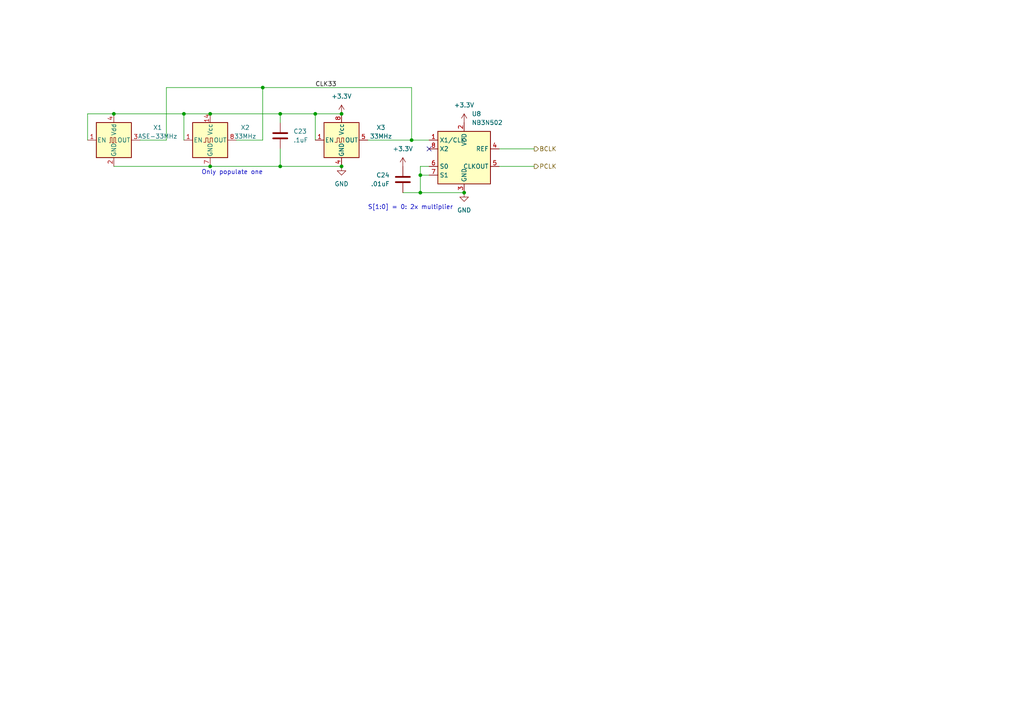
<source format=kicad_sch>
(kicad_sch (version 20230121) (generator eeschema)
  (paper "A4")
  (lib_symbols
    (symbol "68040:NB3N502"
      (property "Reference" "U" (at -6.35 8.89 0))
      (property "Value" "NB3N502" (at 7.62 8.89 0))
      (symbol "NB3N502_0_1"
        (rectangle (start -7.62 7.62) (end 7.62 -7.62) (stroke (width 0.254)) (fill (type background)))
      )
      (symbol "NB3N502_1_1"
        (pin input line (at -10.16 5.08 0) (length 2.54) (name "X1/CLK") (number "1"))
        (pin power_in line (at 0 10.16 270) (length 2.54) (name "VDD") (number "2"))
        (pin power_in line (at 0 -10.16 90) (length 2.54) (name "GND") (number "3"))
        (pin output line (at 10.16 2.54 180) (length 2.54) (name "REF") (number "4"))
        (pin output line (at 10.16 -2.54 180) (length 2.54) (name "CLKOUT") (number "5"))
        (pin input line (at -10.16 -2.54 0) (length 2.54) (name "S0") (number "6"))
        (pin input line (at -10.16 -5.08 0) (length 2.54) (name "S1") (number "7"))
        (pin input line (at -10.16 2.54 0) (length 2.54) (name "X2") (number "8"))
      )
    )
    (symbol "Device:C" (pin_numbers hide) (pin_names (offset 0.254))
      (property "Reference" "C" (at 0.635 2.54 0))
      (property "Value" "C" (at 0.635 -2.54 0))
      (symbol "C_0_1"
        (polyline (pts (xy -2.032 -0.762) (xy 2.032 -0.762)) (stroke (width 0.508)))
        (polyline (pts (xy -2.032 0.762) (xy 2.032 0.762)) (stroke (width 0.508)))
      )
      (symbol "C_1_1"
        (pin passive line (at 0 3.81 270) (length 2.794) (name "~") (number "1"))
        (pin passive line (at 0 -3.81 90) (length 2.794) (name "~") (number "2"))
      )
    )
    (symbol "Oscillator:ASE-xxxMHz" (pin_names (offset 0.254))
      (property "Reference" "X" (at -5.08 6.35 0))
      (property "Value" "ASE-xxxMHz" (at 1.27 -6.35 0))
      (symbol "ASE-xxxMHz_0_1"
        (rectangle (start -5.08 5.08) (end 5.08 -5.08) (stroke (width 0.254)) (fill (type background)))
        (polyline (pts (xy -1.27 -0.762) (xy -1.016 -0.762) (xy -1.016 0.762) (xy -0.508 0.762) (xy -0.508 -0.762) (xy 0 -0.762) (xy 0 0.762) (xy 0.508 0.762) (xy 0.508 -0.762) (xy 0.762 -0.762)))
      )
      (symbol "ASE-xxxMHz_1_1"
        (pin input line (at -7.62 0 0) (length 2.54) (name "EN") (number "1"))
        (pin power_in line (at 0 -7.62 90) (length 2.54) (name "GND") (number "2"))
        (pin output line (at 7.62 0 180) (length 2.54) (name "OUT") (number "3"))
        (pin power_in line (at 0 7.62 270) (length 2.54) (name "Vdd") (number "4"))
      )
    )
    (symbol "Oscillator:CXO_DIP14" (pin_names (offset 0.254))
      (property "Reference" "X" (at -5.08 6.35 0))
      (property "Value" "CXO_DIP14" (at 1.27 -6.35 0))
      (symbol "CXO_DIP14_0_1"
        (rectangle (start -5.08 5.08) (end 5.08 -5.08) (stroke (width 0.254)) (fill (type background)))
        (polyline (pts (xy -1.905 -0.635) (xy -1.27 -0.635) (xy -1.27 0.635) (xy -0.635 0.635) (xy -0.635 -0.635) (xy 0 -0.635) (xy 0 0.635) (xy 0.635 0.635) (xy 0.635 -0.635)))
      )
      (symbol "CXO_DIP14_1_1"
        (pin input line (at -7.62 0 0) (length 2.54) (name "EN") (number "1"))
        (pin power_in line (at 0 7.62 270) (length 2.54) (name "Vcc") (number "14"))
        (pin power_in line (at 0 -7.62 90) (length 2.54) (name "GND") (number "7"))
        (pin output line (at 7.62 0 180) (length 2.54) (name "OUT") (number "8"))
      )
    )
    (symbol "Oscillator:CXO_DIP8" (pin_names (offset 0.254))
      (property "Reference" "X" (at -5.08 6.35 0))
      (property "Value" "CXO_DIP8" (at 1.27 -6.35 0))
      (symbol "CXO_DIP8_0_1"
        (rectangle (start -5.08 5.08) (end 5.08 -5.08) (stroke (width 0.254)) (fill (type background)))
        (polyline (pts (xy -1.905 -0.635) (xy -1.27 -0.635) (xy -1.27 0.635) (xy -0.635 0.635) (xy -0.635 -0.635) (xy 0 -0.635) (xy 0 0.635) (xy 0.635 0.635) (xy 0.635 -0.635)))
      )
      (symbol "CXO_DIP8_1_1"
        (pin input line (at -7.62 0 0) (length 2.54) (name "EN") (number "1"))
        (pin power_in line (at 0 -7.62 90) (length 2.54) (name "GND") (number "4"))
        (pin output line (at 7.62 0 180) (length 2.54) (name "OUT") (number "5"))
        (pin power_in line (at 0 7.62 270) (length 2.54) (name "Vcc") (number "8"))
      )
    )
    (symbol "power:+3.3V" (power) (pin_names (offset 0))
      (property "Value" "+3.3V" (at 0 3.556 0))
      (symbol "+3.3V_0_1"
        (polyline (pts (xy -0.762 1.27) (xy 0 2.54)))
        (polyline (pts (xy 0 0) (xy 0 2.54)))
        (polyline (pts (xy 0 2.54) (xy 0.762 1.27)))
      )
      (symbol "+3.3V_1_1"
        (pin power_in line (at 0 0 90) (length 0) hide (name "+3.3V") (number "1"))
      )
    )
    (symbol "power:GND" (power) (pin_names (offset 0))
      (property "Value" "GND" (at 0 -3.81 0))
      (symbol "GND_0_1"
        (polyline (pts (xy 0 0) (xy 0 -1.27) (xy 1.27 -1.27) (xy 0 -2.54) (xy -1.27 -1.27) (xy 0 -1.27)))
      )
      (symbol "GND_1_1"
        (pin power_in line (at 0 0 270) (length 0) hide (name "GND") (number "1"))
      )
    )
  )
  (junction (at 53.34 33.02))
  (junction (at 91.44 33.02))
  (junction (at 60.96 48.26))
  (junction (at 121.92 55.88))
  (junction (at 121.92 50.8))
  (junction (at 60.96 33.02))
  (junction (at 33.02 33.02))
  (junction (at 81.28 48.26))
  (junction (at 76.2 25.4))
  (junction (at 81.28 33.02))
  (junction (at 99.06 33.02))
  (junction (at 119.38 40.64))
  (junction (at 134.62 55.88))
  (junction (at 99.06 48.26))
  (no_connect (at 124.46 43.18))
  (wire (pts (xy 60.96 48.26) (xy 81.28 48.26)))
  (wire (pts (xy 33.02 33.02) (xy 53.34 33.02)))
  (wire (pts (xy 91.44 33.02) (xy 99.06 33.02)))
  (wire (pts (xy 144.78 48.26) (xy 154.94 48.26)))
  (wire (pts (xy 119.38 25.4) (xy 119.38 40.64)))
  (wire (pts (xy 81.28 33.02) (xy 91.44 33.02)))
  (wire (pts (xy 76.2 25.4) (xy 119.38 25.4)))
  (wire (pts (xy 25.4 33.02) (xy 25.4 40.64)))
  (wire (pts (xy 119.38 40.64) (xy 124.46 40.64)))
  (wire (pts (xy 121.92 55.88) (xy 134.62 55.88)))
  (wire (pts (xy 81.28 35.56) (xy 81.28 33.02)))
  (wire (pts (xy 81.28 48.26) (xy 99.06 48.26)))
  (wire (pts (xy 121.92 50.8) (xy 124.46 50.8)))
  (wire (pts (xy 60.96 33.02) (xy 81.28 33.02)))
  (wire (pts (xy 33.02 48.26) (xy 60.96 48.26)))
  (wire (pts (xy 121.92 50.8) (xy 121.92 55.88)))
  (wire (pts (xy 68.58 40.64) (xy 76.2 40.64)))
  (wire (pts (xy 116.84 55.88) (xy 121.92 55.88)))
  (wire (pts (xy 53.34 40.64) (xy 53.34 33.02)))
  (wire (pts (xy 53.34 33.02) (xy 60.96 33.02)))
  (wire (pts (xy 106.68 40.64) (xy 119.38 40.64)))
  (wire (pts (xy 121.92 48.26) (xy 121.92 50.8)))
  (wire (pts (xy 81.28 43.18) (xy 81.28 48.26)))
  (wire (pts (xy 76.2 40.64) (xy 76.2 25.4)))
  (wire (pts (xy 91.44 33.02) (xy 91.44 40.64)))
  (wire (pts (xy 144.78 43.18) (xy 154.94 43.18)))
  (wire (pts (xy 48.26 40.64) (xy 48.26 25.4)))
  (wire (pts (xy 40.64 40.64) (xy 48.26 40.64)))
  (wire (pts (xy 48.26 25.4) (xy 76.2 25.4)))
  (wire (pts (xy 124.46 48.26) (xy 121.92 48.26)))
  (wire (pts (xy 33.02 33.02) (xy 25.4 33.02)))
  (text "S[1:0] = 0: 2x multiplier" (at 106.68 60.96 0) (effects (font (size 1.27 1.27)) (justify left bottom)))
  (text "Only populate one" (at 58.42 50.8 0) (effects (font (size 1.27 1.27)) (justify left bottom)))
  (label "CLK33" (at 91.44 25.4 0))
  (hierarchical_label "BCLK" (shape output) (at 154.94 43.18 0))
  (hierarchical_label "PCLK" (shape output) (at 154.94 48.26 0))
  (symbol (lib_id "power:+3.3V") (at 99.06 33.02 0) (unit 1)
    (property "Reference" "#PWR023" (effects hide))
    (property "Value" "+3.3V" (at 99.06 27.94 0))
  )
  (symbol (lib_id "power:+3.3V") (at 134.62 35.56 0) (unit 1)
    (property "Reference" "#PWR024" (effects hide))
    (property "Value" "+3.3V" (at 134.62 30.48 0))
  )
  (symbol (lib_id "Oscillator:CXO_DIP14") (at 60.96 40.64 0) (unit 1)
    (property "Reference" "X2" (at 71.12 36.9921 0))
    (property "Value" "33MHz" (at 71.12 39.5321 0))
    (property "Footprint" "Oscillator:Oscillator_DIP-14" (effects hide))
    (property "Datasheet" "http://cdn-reichelt.de/documents/datenblatt/B400/OSZI.pdf" (effects hide))
  )
  (symbol (lib_id "power:GND") (at 99.06 48.26 0) (unit 1)
    (property "Reference" "#PWR025" (effects hide))
    (property "Value" "GND" (at 99.06 53.34 0))
  )
  (symbol (lib_id "Oscillator:ASE-xxxMHz") (at 33.02 40.64 0) (unit 1)
    (property "Reference" "X1" (at 45.72 36.9921 0))
    (property "Value" "ASE-33MHz" (at 45.72 39.5321 0))
    (property "Footprint" "Oscillator:Oscillator_SMD_Abracon_ASE-4Pin_3.2x2.5mm" (effects hide))
    (property "Datasheet" "http://www.abracon.com/Oscillators/ASV.pdf" (effects hide))
  )
  (symbol (lib_id "Device:C") (at 116.84 52.07 0) (mirror y) (unit 1)
    (property "Reference" "C24" (at 113.03 50.8 0) (effects (justify left)))
    (property "Value" ".01uF" (at 113.03 53.34 0) (effects (justify left)))
  )
  (symbol (lib_id "power:GND") (at 134.62 55.88 0) (unit 1)
    (property "Reference" "#PWR027" (effects hide))
    (property "Value" "GND" (at 134.62 60.96 0))
  )
  (symbol (lib_id "power:+3.3V") (at 116.84 48.26 0) (unit 1)
    (property "Reference" "#PWR026" (effects hide))
    (property "Value" "+3.3V" (at 116.84 43.18 0))
  )
  (symbol (lib_id "Device:C") (at 81.28 39.37 0) (unit 1)
    (property "Reference" "C23" (at 85.09 38.1 0) (effects (justify left)))
    (property "Value" ".1uF" (at 85.09 40.64 0) (effects (justify left)))
  )
  (symbol (lib_id "Oscillator:CXO_DIP8") (at 99.06 40.64 0) (unit 1)
    (property "Reference" "X3" (at 110.49 36.9921 0))
    (property "Value" "33MHz" (at 110.49 39.5321 0))
    (property "Footprint" "Oscillator:Oscillator_DIP-8" (effects hide))
    (property "Datasheet" "http://cdn-reichelt.de/documents/datenblatt/B400/OSZI.pdf" (effects hide))
  )
  (symbol (lib_id "68040:NB3N502") (at 134.62 45.72 0) (unit 1)
    (property "Reference" "U8" (at 136.8141 33.02 0) (effects (justify left)))
    (property "Value" "NB3N502" (at 136.8141 35.56 0) (effects (justify left)))
    (property "Footprint" "Package_SO:SOIC-8_3.9x4.9mm_P1.27mm" (effects hide))
    (property "Datasheet" "https://www.onsemi.com/download/data-sheet/pdf/nb3n502-d.pdf" (effects hide))
  )
)
</source>
